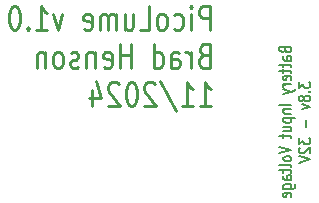
<source format=gbo>
G04 #@! TF.GenerationSoftware,KiCad,Pcbnew,8.0.6*
G04 #@! TF.CreationDate,2024-11-13T15:42:30-05:00*
G04 #@! TF.ProjectId,KiCAD-RFM69,4b694341-442d-4524-964d-36392e6b6963,rev?*
G04 #@! TF.SameCoordinates,Original*
G04 #@! TF.FileFunction,Legend,Bot*
G04 #@! TF.FilePolarity,Positive*
%FSLAX46Y46*%
G04 Gerber Fmt 4.6, Leading zero omitted, Abs format (unit mm)*
G04 Created by KiCad (PCBNEW 8.0.6) date 2024-11-13 15:42:30*
%MOMM*%
%LPD*%
G01*
G04 APERTURE LIST*
%ADD10C,0.152400*%
%ADD11C,0.250000*%
%ADD12C,0.650000*%
%ADD13C,2.000000*%
%ADD14R,1.700000X1.700000*%
%ADD15O,1.700000X1.700000*%
%ADD16R,3.000000X3.000000*%
%ADD17C,3.000000*%
%ADD18C,2.700000*%
%ADD19R,1.269000X1.269000*%
%ADD20C,1.269000*%
G04 APERTURE END LIST*
D10*
X137735940Y-74623354D02*
X137783559Y-74739468D01*
X137783559Y-74739468D02*
X137831178Y-74778173D01*
X137831178Y-74778173D02*
X137926416Y-74816877D01*
X137926416Y-74816877D02*
X138069273Y-74816877D01*
X138069273Y-74816877D02*
X138164511Y-74778173D01*
X138164511Y-74778173D02*
X138212131Y-74739468D01*
X138212131Y-74739468D02*
X138259750Y-74662058D01*
X138259750Y-74662058D02*
X138259750Y-74352420D01*
X138259750Y-74352420D02*
X137259750Y-74352420D01*
X137259750Y-74352420D02*
X137259750Y-74623354D01*
X137259750Y-74623354D02*
X137307369Y-74700763D01*
X137307369Y-74700763D02*
X137354988Y-74739468D01*
X137354988Y-74739468D02*
X137450226Y-74778173D01*
X137450226Y-74778173D02*
X137545464Y-74778173D01*
X137545464Y-74778173D02*
X137640702Y-74739468D01*
X137640702Y-74739468D02*
X137688321Y-74700763D01*
X137688321Y-74700763D02*
X137735940Y-74623354D01*
X137735940Y-74623354D02*
X137735940Y-74352420D01*
X138259750Y-75513563D02*
X137735940Y-75513563D01*
X137735940Y-75513563D02*
X137640702Y-75474858D01*
X137640702Y-75474858D02*
X137593083Y-75397449D01*
X137593083Y-75397449D02*
X137593083Y-75242630D01*
X137593083Y-75242630D02*
X137640702Y-75165220D01*
X138212131Y-75513563D02*
X138259750Y-75436154D01*
X138259750Y-75436154D02*
X138259750Y-75242630D01*
X138259750Y-75242630D02*
X138212131Y-75165220D01*
X138212131Y-75165220D02*
X138116892Y-75126516D01*
X138116892Y-75126516D02*
X138021654Y-75126516D01*
X138021654Y-75126516D02*
X137926416Y-75165220D01*
X137926416Y-75165220D02*
X137878797Y-75242630D01*
X137878797Y-75242630D02*
X137878797Y-75436154D01*
X137878797Y-75436154D02*
X137831178Y-75513563D01*
X137593083Y-75784496D02*
X137593083Y-76094134D01*
X137259750Y-75900610D02*
X138116892Y-75900610D01*
X138116892Y-75900610D02*
X138212131Y-75939315D01*
X138212131Y-75939315D02*
X138259750Y-76016725D01*
X138259750Y-76016725D02*
X138259750Y-76094134D01*
X137593083Y-76248953D02*
X137593083Y-76558591D01*
X137259750Y-76365067D02*
X138116892Y-76365067D01*
X138116892Y-76365067D02*
X138212131Y-76403772D01*
X138212131Y-76403772D02*
X138259750Y-76481182D01*
X138259750Y-76481182D02*
X138259750Y-76558591D01*
X138212131Y-77139162D02*
X138259750Y-77061753D01*
X138259750Y-77061753D02*
X138259750Y-76906934D01*
X138259750Y-76906934D02*
X138212131Y-76829524D01*
X138212131Y-76829524D02*
X138116892Y-76790820D01*
X138116892Y-76790820D02*
X137735940Y-76790820D01*
X137735940Y-76790820D02*
X137640702Y-76829524D01*
X137640702Y-76829524D02*
X137593083Y-76906934D01*
X137593083Y-76906934D02*
X137593083Y-77061753D01*
X137593083Y-77061753D02*
X137640702Y-77139162D01*
X137640702Y-77139162D02*
X137735940Y-77177867D01*
X137735940Y-77177867D02*
X137831178Y-77177867D01*
X137831178Y-77177867D02*
X137926416Y-76790820D01*
X138259750Y-77526210D02*
X137593083Y-77526210D01*
X137783559Y-77526210D02*
X137688321Y-77564915D01*
X137688321Y-77564915D02*
X137640702Y-77603620D01*
X137640702Y-77603620D02*
X137593083Y-77681029D01*
X137593083Y-77681029D02*
X137593083Y-77758439D01*
X137593083Y-77951963D02*
X138259750Y-78145487D01*
X137593083Y-78339010D02*
X138259750Y-78145487D01*
X138259750Y-78145487D02*
X138497845Y-78068077D01*
X138497845Y-78068077D02*
X138545464Y-78029372D01*
X138545464Y-78029372D02*
X138593083Y-77951963D01*
X138259750Y-79267924D02*
X137259750Y-79267924D01*
X137593083Y-79654972D02*
X138259750Y-79654972D01*
X137688321Y-79654972D02*
X137640702Y-79693677D01*
X137640702Y-79693677D02*
X137593083Y-79771087D01*
X137593083Y-79771087D02*
X137593083Y-79887201D01*
X137593083Y-79887201D02*
X137640702Y-79964610D01*
X137640702Y-79964610D02*
X137735940Y-80003315D01*
X137735940Y-80003315D02*
X138259750Y-80003315D01*
X137593083Y-80390362D02*
X138593083Y-80390362D01*
X137640702Y-80390362D02*
X137593083Y-80467772D01*
X137593083Y-80467772D02*
X137593083Y-80622591D01*
X137593083Y-80622591D02*
X137640702Y-80700000D01*
X137640702Y-80700000D02*
X137688321Y-80738705D01*
X137688321Y-80738705D02*
X137783559Y-80777410D01*
X137783559Y-80777410D02*
X138069273Y-80777410D01*
X138069273Y-80777410D02*
X138164511Y-80738705D01*
X138164511Y-80738705D02*
X138212131Y-80700000D01*
X138212131Y-80700000D02*
X138259750Y-80622591D01*
X138259750Y-80622591D02*
X138259750Y-80467772D01*
X138259750Y-80467772D02*
X138212131Y-80390362D01*
X137593083Y-81474095D02*
X138259750Y-81474095D01*
X137593083Y-81125752D02*
X138116892Y-81125752D01*
X138116892Y-81125752D02*
X138212131Y-81164457D01*
X138212131Y-81164457D02*
X138259750Y-81241867D01*
X138259750Y-81241867D02*
X138259750Y-81357981D01*
X138259750Y-81357981D02*
X138212131Y-81435390D01*
X138212131Y-81435390D02*
X138164511Y-81474095D01*
X137593083Y-81745028D02*
X137593083Y-82054666D01*
X137259750Y-81861142D02*
X138116892Y-81861142D01*
X138116892Y-81861142D02*
X138212131Y-81899847D01*
X138212131Y-81899847D02*
X138259750Y-81977257D01*
X138259750Y-81977257D02*
X138259750Y-82054666D01*
X137259750Y-82828761D02*
X138259750Y-83099694D01*
X138259750Y-83099694D02*
X137259750Y-83370628D01*
X138259750Y-83757676D02*
X138212131Y-83680266D01*
X138212131Y-83680266D02*
X138164511Y-83641561D01*
X138164511Y-83641561D02*
X138069273Y-83602857D01*
X138069273Y-83602857D02*
X137783559Y-83602857D01*
X137783559Y-83602857D02*
X137688321Y-83641561D01*
X137688321Y-83641561D02*
X137640702Y-83680266D01*
X137640702Y-83680266D02*
X137593083Y-83757676D01*
X137593083Y-83757676D02*
X137593083Y-83873790D01*
X137593083Y-83873790D02*
X137640702Y-83951199D01*
X137640702Y-83951199D02*
X137688321Y-83989904D01*
X137688321Y-83989904D02*
X137783559Y-84028609D01*
X137783559Y-84028609D02*
X138069273Y-84028609D01*
X138069273Y-84028609D02*
X138164511Y-83989904D01*
X138164511Y-83989904D02*
X138212131Y-83951199D01*
X138212131Y-83951199D02*
X138259750Y-83873790D01*
X138259750Y-83873790D02*
X138259750Y-83757676D01*
X138259750Y-84493066D02*
X138212131Y-84415656D01*
X138212131Y-84415656D02*
X138116892Y-84376951D01*
X138116892Y-84376951D02*
X137259750Y-84376951D01*
X137593083Y-84686589D02*
X137593083Y-84996227D01*
X137259750Y-84802703D02*
X138116892Y-84802703D01*
X138116892Y-84802703D02*
X138212131Y-84841408D01*
X138212131Y-84841408D02*
X138259750Y-84918818D01*
X138259750Y-84918818D02*
X138259750Y-84996227D01*
X138259750Y-85615503D02*
X137735940Y-85615503D01*
X137735940Y-85615503D02*
X137640702Y-85576798D01*
X137640702Y-85576798D02*
X137593083Y-85499389D01*
X137593083Y-85499389D02*
X137593083Y-85344570D01*
X137593083Y-85344570D02*
X137640702Y-85267160D01*
X138212131Y-85615503D02*
X138259750Y-85538094D01*
X138259750Y-85538094D02*
X138259750Y-85344570D01*
X138259750Y-85344570D02*
X138212131Y-85267160D01*
X138212131Y-85267160D02*
X138116892Y-85228456D01*
X138116892Y-85228456D02*
X138021654Y-85228456D01*
X138021654Y-85228456D02*
X137926416Y-85267160D01*
X137926416Y-85267160D02*
X137878797Y-85344570D01*
X137878797Y-85344570D02*
X137878797Y-85538094D01*
X137878797Y-85538094D02*
X137831178Y-85615503D01*
X137593083Y-86350893D02*
X138402607Y-86350893D01*
X138402607Y-86350893D02*
X138497845Y-86312188D01*
X138497845Y-86312188D02*
X138545464Y-86273484D01*
X138545464Y-86273484D02*
X138593083Y-86196074D01*
X138593083Y-86196074D02*
X138593083Y-86079960D01*
X138593083Y-86079960D02*
X138545464Y-86002550D01*
X138212131Y-86350893D02*
X138259750Y-86273484D01*
X138259750Y-86273484D02*
X138259750Y-86118665D01*
X138259750Y-86118665D02*
X138212131Y-86041255D01*
X138212131Y-86041255D02*
X138164511Y-86002550D01*
X138164511Y-86002550D02*
X138069273Y-85963846D01*
X138069273Y-85963846D02*
X137783559Y-85963846D01*
X137783559Y-85963846D02*
X137688321Y-86002550D01*
X137688321Y-86002550D02*
X137640702Y-86041255D01*
X137640702Y-86041255D02*
X137593083Y-86118665D01*
X137593083Y-86118665D02*
X137593083Y-86273484D01*
X137593083Y-86273484D02*
X137640702Y-86350893D01*
X138212131Y-87047578D02*
X138259750Y-86970169D01*
X138259750Y-86970169D02*
X138259750Y-86815350D01*
X138259750Y-86815350D02*
X138212131Y-86737940D01*
X138212131Y-86737940D02*
X138116892Y-86699236D01*
X138116892Y-86699236D02*
X137735940Y-86699236D01*
X137735940Y-86699236D02*
X137640702Y-86737940D01*
X137640702Y-86737940D02*
X137593083Y-86815350D01*
X137593083Y-86815350D02*
X137593083Y-86970169D01*
X137593083Y-86970169D02*
X137640702Y-87047578D01*
X137640702Y-87047578D02*
X137735940Y-87086283D01*
X137735940Y-87086283D02*
X137831178Y-87086283D01*
X137831178Y-87086283D02*
X137926416Y-86699236D01*
X138869694Y-77293981D02*
X138869694Y-77797143D01*
X138869694Y-77797143D02*
X139250646Y-77526209D01*
X139250646Y-77526209D02*
X139250646Y-77642324D01*
X139250646Y-77642324D02*
X139298265Y-77719733D01*
X139298265Y-77719733D02*
X139345884Y-77758438D01*
X139345884Y-77758438D02*
X139441122Y-77797143D01*
X139441122Y-77797143D02*
X139679217Y-77797143D01*
X139679217Y-77797143D02*
X139774455Y-77758438D01*
X139774455Y-77758438D02*
X139822075Y-77719733D01*
X139822075Y-77719733D02*
X139869694Y-77642324D01*
X139869694Y-77642324D02*
X139869694Y-77410095D01*
X139869694Y-77410095D02*
X139822075Y-77332686D01*
X139822075Y-77332686D02*
X139774455Y-77293981D01*
X139774455Y-78145485D02*
X139822075Y-78184190D01*
X139822075Y-78184190D02*
X139869694Y-78145485D01*
X139869694Y-78145485D02*
X139822075Y-78106781D01*
X139822075Y-78106781D02*
X139774455Y-78145485D01*
X139774455Y-78145485D02*
X139869694Y-78145485D01*
X139298265Y-78648648D02*
X139250646Y-78571238D01*
X139250646Y-78571238D02*
X139203027Y-78532533D01*
X139203027Y-78532533D02*
X139107789Y-78493829D01*
X139107789Y-78493829D02*
X139060170Y-78493829D01*
X139060170Y-78493829D02*
X138964932Y-78532533D01*
X138964932Y-78532533D02*
X138917313Y-78571238D01*
X138917313Y-78571238D02*
X138869694Y-78648648D01*
X138869694Y-78648648D02*
X138869694Y-78803467D01*
X138869694Y-78803467D02*
X138917313Y-78880876D01*
X138917313Y-78880876D02*
X138964932Y-78919581D01*
X138964932Y-78919581D02*
X139060170Y-78958286D01*
X139060170Y-78958286D02*
X139107789Y-78958286D01*
X139107789Y-78958286D02*
X139203027Y-78919581D01*
X139203027Y-78919581D02*
X139250646Y-78880876D01*
X139250646Y-78880876D02*
X139298265Y-78803467D01*
X139298265Y-78803467D02*
X139298265Y-78648648D01*
X139298265Y-78648648D02*
X139345884Y-78571238D01*
X139345884Y-78571238D02*
X139393503Y-78532533D01*
X139393503Y-78532533D02*
X139488741Y-78493829D01*
X139488741Y-78493829D02*
X139679217Y-78493829D01*
X139679217Y-78493829D02*
X139774455Y-78532533D01*
X139774455Y-78532533D02*
X139822075Y-78571238D01*
X139822075Y-78571238D02*
X139869694Y-78648648D01*
X139869694Y-78648648D02*
X139869694Y-78803467D01*
X139869694Y-78803467D02*
X139822075Y-78880876D01*
X139822075Y-78880876D02*
X139774455Y-78919581D01*
X139774455Y-78919581D02*
X139679217Y-78958286D01*
X139679217Y-78958286D02*
X139488741Y-78958286D01*
X139488741Y-78958286D02*
X139393503Y-78919581D01*
X139393503Y-78919581D02*
X139345884Y-78880876D01*
X139345884Y-78880876D02*
X139298265Y-78803467D01*
X139203027Y-79229219D02*
X139869694Y-79422743D01*
X139869694Y-79422743D02*
X139203027Y-79616266D01*
X139488741Y-80545180D02*
X139488741Y-81164457D01*
X138869694Y-82093371D02*
X138869694Y-82596533D01*
X138869694Y-82596533D02*
X139250646Y-82325599D01*
X139250646Y-82325599D02*
X139250646Y-82441714D01*
X139250646Y-82441714D02*
X139298265Y-82519123D01*
X139298265Y-82519123D02*
X139345884Y-82557828D01*
X139345884Y-82557828D02*
X139441122Y-82596533D01*
X139441122Y-82596533D02*
X139679217Y-82596533D01*
X139679217Y-82596533D02*
X139774455Y-82557828D01*
X139774455Y-82557828D02*
X139822075Y-82519123D01*
X139822075Y-82519123D02*
X139869694Y-82441714D01*
X139869694Y-82441714D02*
X139869694Y-82209485D01*
X139869694Y-82209485D02*
X139822075Y-82132076D01*
X139822075Y-82132076D02*
X139774455Y-82093371D01*
X138964932Y-82906171D02*
X138917313Y-82944875D01*
X138917313Y-82944875D02*
X138869694Y-83022285D01*
X138869694Y-83022285D02*
X138869694Y-83215809D01*
X138869694Y-83215809D02*
X138917313Y-83293218D01*
X138917313Y-83293218D02*
X138964932Y-83331923D01*
X138964932Y-83331923D02*
X139060170Y-83370628D01*
X139060170Y-83370628D02*
X139155408Y-83370628D01*
X139155408Y-83370628D02*
X139298265Y-83331923D01*
X139298265Y-83331923D02*
X139869694Y-82867466D01*
X139869694Y-82867466D02*
X139869694Y-83370628D01*
X138869694Y-83602856D02*
X139869694Y-83873789D01*
X139869694Y-83873789D02*
X138869694Y-84144723D01*
D11*
X131354574Y-72902462D02*
X131354574Y-70902462D01*
X131354574Y-70902462D02*
X130745050Y-70902462D01*
X130745050Y-70902462D02*
X130592669Y-70997700D01*
X130592669Y-70997700D02*
X130516479Y-71092938D01*
X130516479Y-71092938D02*
X130440288Y-71283414D01*
X130440288Y-71283414D02*
X130440288Y-71569128D01*
X130440288Y-71569128D02*
X130516479Y-71759604D01*
X130516479Y-71759604D02*
X130592669Y-71854843D01*
X130592669Y-71854843D02*
X130745050Y-71950081D01*
X130745050Y-71950081D02*
X131354574Y-71950081D01*
X129754574Y-72902462D02*
X129754574Y-71569128D01*
X129754574Y-70902462D02*
X129830765Y-70997700D01*
X129830765Y-70997700D02*
X129754574Y-71092938D01*
X129754574Y-71092938D02*
X129678384Y-70997700D01*
X129678384Y-70997700D02*
X129754574Y-70902462D01*
X129754574Y-70902462D02*
X129754574Y-71092938D01*
X128306955Y-72807224D02*
X128459336Y-72902462D01*
X128459336Y-72902462D02*
X128764098Y-72902462D01*
X128764098Y-72902462D02*
X128916479Y-72807224D01*
X128916479Y-72807224D02*
X128992669Y-72711985D01*
X128992669Y-72711985D02*
X129068860Y-72521509D01*
X129068860Y-72521509D02*
X129068860Y-71950081D01*
X129068860Y-71950081D02*
X128992669Y-71759604D01*
X128992669Y-71759604D02*
X128916479Y-71664366D01*
X128916479Y-71664366D02*
X128764098Y-71569128D01*
X128764098Y-71569128D02*
X128459336Y-71569128D01*
X128459336Y-71569128D02*
X128306955Y-71664366D01*
X127392669Y-72902462D02*
X127545050Y-72807224D01*
X127545050Y-72807224D02*
X127621240Y-72711985D01*
X127621240Y-72711985D02*
X127697431Y-72521509D01*
X127697431Y-72521509D02*
X127697431Y-71950081D01*
X127697431Y-71950081D02*
X127621240Y-71759604D01*
X127621240Y-71759604D02*
X127545050Y-71664366D01*
X127545050Y-71664366D02*
X127392669Y-71569128D01*
X127392669Y-71569128D02*
X127164097Y-71569128D01*
X127164097Y-71569128D02*
X127011716Y-71664366D01*
X127011716Y-71664366D02*
X126935526Y-71759604D01*
X126935526Y-71759604D02*
X126859335Y-71950081D01*
X126859335Y-71950081D02*
X126859335Y-72521509D01*
X126859335Y-72521509D02*
X126935526Y-72711985D01*
X126935526Y-72711985D02*
X127011716Y-72807224D01*
X127011716Y-72807224D02*
X127164097Y-72902462D01*
X127164097Y-72902462D02*
X127392669Y-72902462D01*
X125411716Y-72902462D02*
X126173621Y-72902462D01*
X126173621Y-72902462D02*
X126173621Y-70902462D01*
X124192669Y-71569128D02*
X124192669Y-72902462D01*
X124878383Y-71569128D02*
X124878383Y-72616747D01*
X124878383Y-72616747D02*
X124802193Y-72807224D01*
X124802193Y-72807224D02*
X124649812Y-72902462D01*
X124649812Y-72902462D02*
X124421240Y-72902462D01*
X124421240Y-72902462D02*
X124268859Y-72807224D01*
X124268859Y-72807224D02*
X124192669Y-72711985D01*
X123430764Y-72902462D02*
X123430764Y-71569128D01*
X123430764Y-71759604D02*
X123354574Y-71664366D01*
X123354574Y-71664366D02*
X123202193Y-71569128D01*
X123202193Y-71569128D02*
X122973621Y-71569128D01*
X122973621Y-71569128D02*
X122821240Y-71664366D01*
X122821240Y-71664366D02*
X122745050Y-71854843D01*
X122745050Y-71854843D02*
X122745050Y-72902462D01*
X122745050Y-71854843D02*
X122668859Y-71664366D01*
X122668859Y-71664366D02*
X122516478Y-71569128D01*
X122516478Y-71569128D02*
X122287907Y-71569128D01*
X122287907Y-71569128D02*
X122135526Y-71664366D01*
X122135526Y-71664366D02*
X122059336Y-71854843D01*
X122059336Y-71854843D02*
X122059336Y-72902462D01*
X120687907Y-72807224D02*
X120840288Y-72902462D01*
X120840288Y-72902462D02*
X121145050Y-72902462D01*
X121145050Y-72902462D02*
X121297431Y-72807224D01*
X121297431Y-72807224D02*
X121373622Y-72616747D01*
X121373622Y-72616747D02*
X121373622Y-71854843D01*
X121373622Y-71854843D02*
X121297431Y-71664366D01*
X121297431Y-71664366D02*
X121145050Y-71569128D01*
X121145050Y-71569128D02*
X120840288Y-71569128D01*
X120840288Y-71569128D02*
X120687907Y-71664366D01*
X120687907Y-71664366D02*
X120611717Y-71854843D01*
X120611717Y-71854843D02*
X120611717Y-72045319D01*
X120611717Y-72045319D02*
X121373622Y-72235795D01*
X118859335Y-71569128D02*
X118478383Y-72902462D01*
X118478383Y-72902462D02*
X118097430Y-71569128D01*
X116649811Y-72902462D02*
X117564097Y-72902462D01*
X117106954Y-72902462D02*
X117106954Y-70902462D01*
X117106954Y-70902462D02*
X117259335Y-71188176D01*
X117259335Y-71188176D02*
X117411716Y-71378652D01*
X117411716Y-71378652D02*
X117564097Y-71473890D01*
X115964096Y-72711985D02*
X115887906Y-72807224D01*
X115887906Y-72807224D02*
X115964096Y-72902462D01*
X115964096Y-72902462D02*
X116040287Y-72807224D01*
X116040287Y-72807224D02*
X115964096Y-72711985D01*
X115964096Y-72711985D02*
X115964096Y-72902462D01*
X114897429Y-70902462D02*
X114745048Y-70902462D01*
X114745048Y-70902462D02*
X114592667Y-70997700D01*
X114592667Y-70997700D02*
X114516477Y-71092938D01*
X114516477Y-71092938D02*
X114440286Y-71283414D01*
X114440286Y-71283414D02*
X114364096Y-71664366D01*
X114364096Y-71664366D02*
X114364096Y-72140557D01*
X114364096Y-72140557D02*
X114440286Y-72521509D01*
X114440286Y-72521509D02*
X114516477Y-72711985D01*
X114516477Y-72711985D02*
X114592667Y-72807224D01*
X114592667Y-72807224D02*
X114745048Y-72902462D01*
X114745048Y-72902462D02*
X114897429Y-72902462D01*
X114897429Y-72902462D02*
X115049810Y-72807224D01*
X115049810Y-72807224D02*
X115126001Y-72711985D01*
X115126001Y-72711985D02*
X115202191Y-72521509D01*
X115202191Y-72521509D02*
X115278382Y-72140557D01*
X115278382Y-72140557D02*
X115278382Y-71664366D01*
X115278382Y-71664366D02*
X115202191Y-71283414D01*
X115202191Y-71283414D02*
X115126001Y-71092938D01*
X115126001Y-71092938D02*
X115049810Y-70997700D01*
X115049810Y-70997700D02*
X114897429Y-70902462D01*
X130821241Y-75074731D02*
X130592669Y-75169969D01*
X130592669Y-75169969D02*
X130516479Y-75265207D01*
X130516479Y-75265207D02*
X130440288Y-75455683D01*
X130440288Y-75455683D02*
X130440288Y-75741397D01*
X130440288Y-75741397D02*
X130516479Y-75931873D01*
X130516479Y-75931873D02*
X130592669Y-76027112D01*
X130592669Y-76027112D02*
X130745050Y-76122350D01*
X130745050Y-76122350D02*
X131354574Y-76122350D01*
X131354574Y-76122350D02*
X131354574Y-74122350D01*
X131354574Y-74122350D02*
X130821241Y-74122350D01*
X130821241Y-74122350D02*
X130668860Y-74217588D01*
X130668860Y-74217588D02*
X130592669Y-74312826D01*
X130592669Y-74312826D02*
X130516479Y-74503302D01*
X130516479Y-74503302D02*
X130516479Y-74693778D01*
X130516479Y-74693778D02*
X130592669Y-74884254D01*
X130592669Y-74884254D02*
X130668860Y-74979492D01*
X130668860Y-74979492D02*
X130821241Y-75074731D01*
X130821241Y-75074731D02*
X131354574Y-75074731D01*
X129754574Y-76122350D02*
X129754574Y-74789016D01*
X129754574Y-75169969D02*
X129678384Y-74979492D01*
X129678384Y-74979492D02*
X129602193Y-74884254D01*
X129602193Y-74884254D02*
X129449812Y-74789016D01*
X129449812Y-74789016D02*
X129297431Y-74789016D01*
X128078384Y-76122350D02*
X128078384Y-75074731D01*
X128078384Y-75074731D02*
X128154574Y-74884254D01*
X128154574Y-74884254D02*
X128306955Y-74789016D01*
X128306955Y-74789016D02*
X128611717Y-74789016D01*
X128611717Y-74789016D02*
X128764098Y-74884254D01*
X128078384Y-76027112D02*
X128230765Y-76122350D01*
X128230765Y-76122350D02*
X128611717Y-76122350D01*
X128611717Y-76122350D02*
X128764098Y-76027112D01*
X128764098Y-76027112D02*
X128840289Y-75836635D01*
X128840289Y-75836635D02*
X128840289Y-75646159D01*
X128840289Y-75646159D02*
X128764098Y-75455683D01*
X128764098Y-75455683D02*
X128611717Y-75360445D01*
X128611717Y-75360445D02*
X128230765Y-75360445D01*
X128230765Y-75360445D02*
X128078384Y-75265207D01*
X126630765Y-76122350D02*
X126630765Y-74122350D01*
X126630765Y-76027112D02*
X126783146Y-76122350D01*
X126783146Y-76122350D02*
X127087908Y-76122350D01*
X127087908Y-76122350D02*
X127240289Y-76027112D01*
X127240289Y-76027112D02*
X127316479Y-75931873D01*
X127316479Y-75931873D02*
X127392670Y-75741397D01*
X127392670Y-75741397D02*
X127392670Y-75169969D01*
X127392670Y-75169969D02*
X127316479Y-74979492D01*
X127316479Y-74979492D02*
X127240289Y-74884254D01*
X127240289Y-74884254D02*
X127087908Y-74789016D01*
X127087908Y-74789016D02*
X126783146Y-74789016D01*
X126783146Y-74789016D02*
X126630765Y-74884254D01*
X124649812Y-76122350D02*
X124649812Y-74122350D01*
X124649812Y-75074731D02*
X123735526Y-75074731D01*
X123735526Y-76122350D02*
X123735526Y-74122350D01*
X122364098Y-76027112D02*
X122516479Y-76122350D01*
X122516479Y-76122350D02*
X122821241Y-76122350D01*
X122821241Y-76122350D02*
X122973622Y-76027112D01*
X122973622Y-76027112D02*
X123049813Y-75836635D01*
X123049813Y-75836635D02*
X123049813Y-75074731D01*
X123049813Y-75074731D02*
X122973622Y-74884254D01*
X122973622Y-74884254D02*
X122821241Y-74789016D01*
X122821241Y-74789016D02*
X122516479Y-74789016D01*
X122516479Y-74789016D02*
X122364098Y-74884254D01*
X122364098Y-74884254D02*
X122287908Y-75074731D01*
X122287908Y-75074731D02*
X122287908Y-75265207D01*
X122287908Y-75265207D02*
X123049813Y-75455683D01*
X121602193Y-74789016D02*
X121602193Y-76122350D01*
X121602193Y-74979492D02*
X121526003Y-74884254D01*
X121526003Y-74884254D02*
X121373622Y-74789016D01*
X121373622Y-74789016D02*
X121145050Y-74789016D01*
X121145050Y-74789016D02*
X120992669Y-74884254D01*
X120992669Y-74884254D02*
X120916479Y-75074731D01*
X120916479Y-75074731D02*
X120916479Y-76122350D01*
X120230765Y-76027112D02*
X120078384Y-76122350D01*
X120078384Y-76122350D02*
X119773622Y-76122350D01*
X119773622Y-76122350D02*
X119621241Y-76027112D01*
X119621241Y-76027112D02*
X119545050Y-75836635D01*
X119545050Y-75836635D02*
X119545050Y-75741397D01*
X119545050Y-75741397D02*
X119621241Y-75550921D01*
X119621241Y-75550921D02*
X119773622Y-75455683D01*
X119773622Y-75455683D02*
X120002193Y-75455683D01*
X120002193Y-75455683D02*
X120154574Y-75360445D01*
X120154574Y-75360445D02*
X120230765Y-75169969D01*
X120230765Y-75169969D02*
X120230765Y-75074731D01*
X120230765Y-75074731D02*
X120154574Y-74884254D01*
X120154574Y-74884254D02*
X120002193Y-74789016D01*
X120002193Y-74789016D02*
X119773622Y-74789016D01*
X119773622Y-74789016D02*
X119621241Y-74884254D01*
X118630765Y-76122350D02*
X118783146Y-76027112D01*
X118783146Y-76027112D02*
X118859336Y-75931873D01*
X118859336Y-75931873D02*
X118935527Y-75741397D01*
X118935527Y-75741397D02*
X118935527Y-75169969D01*
X118935527Y-75169969D02*
X118859336Y-74979492D01*
X118859336Y-74979492D02*
X118783146Y-74884254D01*
X118783146Y-74884254D02*
X118630765Y-74789016D01*
X118630765Y-74789016D02*
X118402193Y-74789016D01*
X118402193Y-74789016D02*
X118249812Y-74884254D01*
X118249812Y-74884254D02*
X118173622Y-74979492D01*
X118173622Y-74979492D02*
X118097431Y-75169969D01*
X118097431Y-75169969D02*
X118097431Y-75741397D01*
X118097431Y-75741397D02*
X118173622Y-75931873D01*
X118173622Y-75931873D02*
X118249812Y-76027112D01*
X118249812Y-76027112D02*
X118402193Y-76122350D01*
X118402193Y-76122350D02*
X118630765Y-76122350D01*
X117411717Y-74789016D02*
X117411717Y-76122350D01*
X117411717Y-74979492D02*
X117335527Y-74884254D01*
X117335527Y-74884254D02*
X117183146Y-74789016D01*
X117183146Y-74789016D02*
X116954574Y-74789016D01*
X116954574Y-74789016D02*
X116802193Y-74884254D01*
X116802193Y-74884254D02*
X116726003Y-75074731D01*
X116726003Y-75074731D02*
X116726003Y-76122350D01*
X130516479Y-79342238D02*
X131430765Y-79342238D01*
X130973622Y-79342238D02*
X130973622Y-77342238D01*
X130973622Y-77342238D02*
X131126003Y-77627952D01*
X131126003Y-77627952D02*
X131278384Y-77818428D01*
X131278384Y-77818428D02*
X131430765Y-77913666D01*
X128992669Y-79342238D02*
X129906955Y-79342238D01*
X129449812Y-79342238D02*
X129449812Y-77342238D01*
X129449812Y-77342238D02*
X129602193Y-77627952D01*
X129602193Y-77627952D02*
X129754574Y-77818428D01*
X129754574Y-77818428D02*
X129906955Y-77913666D01*
X127164097Y-77247000D02*
X128535526Y-79818428D01*
X126706955Y-77532714D02*
X126630764Y-77437476D01*
X126630764Y-77437476D02*
X126478383Y-77342238D01*
X126478383Y-77342238D02*
X126097431Y-77342238D01*
X126097431Y-77342238D02*
X125945050Y-77437476D01*
X125945050Y-77437476D02*
X125868859Y-77532714D01*
X125868859Y-77532714D02*
X125792669Y-77723190D01*
X125792669Y-77723190D02*
X125792669Y-77913666D01*
X125792669Y-77913666D02*
X125868859Y-78199380D01*
X125868859Y-78199380D02*
X126783145Y-79342238D01*
X126783145Y-79342238D02*
X125792669Y-79342238D01*
X124802192Y-77342238D02*
X124649811Y-77342238D01*
X124649811Y-77342238D02*
X124497430Y-77437476D01*
X124497430Y-77437476D02*
X124421240Y-77532714D01*
X124421240Y-77532714D02*
X124345049Y-77723190D01*
X124345049Y-77723190D02*
X124268859Y-78104142D01*
X124268859Y-78104142D02*
X124268859Y-78580333D01*
X124268859Y-78580333D02*
X124345049Y-78961285D01*
X124345049Y-78961285D02*
X124421240Y-79151761D01*
X124421240Y-79151761D02*
X124497430Y-79247000D01*
X124497430Y-79247000D02*
X124649811Y-79342238D01*
X124649811Y-79342238D02*
X124802192Y-79342238D01*
X124802192Y-79342238D02*
X124954573Y-79247000D01*
X124954573Y-79247000D02*
X125030764Y-79151761D01*
X125030764Y-79151761D02*
X125106954Y-78961285D01*
X125106954Y-78961285D02*
X125183145Y-78580333D01*
X125183145Y-78580333D02*
X125183145Y-78104142D01*
X125183145Y-78104142D02*
X125106954Y-77723190D01*
X125106954Y-77723190D02*
X125030764Y-77532714D01*
X125030764Y-77532714D02*
X124954573Y-77437476D01*
X124954573Y-77437476D02*
X124802192Y-77342238D01*
X123659335Y-77532714D02*
X123583144Y-77437476D01*
X123583144Y-77437476D02*
X123430763Y-77342238D01*
X123430763Y-77342238D02*
X123049811Y-77342238D01*
X123049811Y-77342238D02*
X122897430Y-77437476D01*
X122897430Y-77437476D02*
X122821239Y-77532714D01*
X122821239Y-77532714D02*
X122745049Y-77723190D01*
X122745049Y-77723190D02*
X122745049Y-77913666D01*
X122745049Y-77913666D02*
X122821239Y-78199380D01*
X122821239Y-78199380D02*
X123735525Y-79342238D01*
X123735525Y-79342238D02*
X122745049Y-79342238D01*
X121373620Y-78008904D02*
X121373620Y-79342238D01*
X121754572Y-77247000D02*
X122135525Y-78675571D01*
X122135525Y-78675571D02*
X121145048Y-78675571D01*
%LPC*%
D12*
X121610000Y-68000000D03*
X127390000Y-68000000D03*
D13*
X102350000Y-90850000D03*
X102350000Y-84350000D03*
X106850000Y-90850000D03*
X106850000Y-84350000D03*
D14*
X122520000Y-145100000D03*
D15*
X125060000Y-145100000D03*
X127600000Y-145100000D03*
X130140000Y-145100000D03*
X132680000Y-145100000D03*
D13*
X102450000Y-79150000D03*
X102450000Y-72650000D03*
X106950000Y-79150000D03*
X106950000Y-72650000D03*
D16*
X142500000Y-93580000D03*
D17*
X142500000Y-88500000D03*
X142500000Y-83420000D03*
D14*
X102200000Y-98520000D03*
D15*
X102200000Y-101060000D03*
X102200000Y-103600000D03*
X102200000Y-106140000D03*
X102200000Y-108680000D03*
X102200000Y-111220000D03*
X102200000Y-113760000D03*
X102200000Y-116300000D03*
X102200000Y-118840000D03*
X102200000Y-121380000D03*
X102200000Y-123920000D03*
X102200000Y-126460000D03*
X102200000Y-129000000D03*
X102200000Y-131540000D03*
X102200000Y-134080000D03*
X102200000Y-136620000D03*
X102200000Y-139160000D03*
X102200000Y-141700000D03*
D18*
X103500000Y-146525126D03*
D19*
X117720000Y-127820000D03*
D20*
X117720000Y-130360000D03*
X117720000Y-132900000D03*
X117720000Y-135440000D03*
X117720000Y-137980000D03*
X117720000Y-140520000D03*
X117720000Y-143060000D03*
X117720000Y-145600000D03*
X110100000Y-127820000D03*
X110100000Y-130360000D03*
X110100000Y-132900000D03*
X110100000Y-135440000D03*
X110100000Y-137980000D03*
X110100000Y-140520000D03*
X110100000Y-143060000D03*
X110100000Y-145600000D03*
D18*
X143400000Y-146200000D03*
D14*
X133700000Y-123240000D03*
D15*
X133700000Y-120700000D03*
X133700000Y-118160000D03*
D14*
X144700000Y-98220000D03*
D15*
X144700000Y-100760000D03*
X144700000Y-103300000D03*
X144700000Y-105840000D03*
X144700000Y-108380000D03*
X144700000Y-110920000D03*
X144700000Y-113460000D03*
X144700000Y-116000000D03*
X144700000Y-118540000D03*
X144700000Y-121080000D03*
X144700000Y-123620000D03*
X144700000Y-126160000D03*
X144700000Y-128700000D03*
X144700000Y-131240000D03*
X144700000Y-133780000D03*
X144700000Y-136320000D03*
X144700000Y-138860000D03*
X144700000Y-141400000D03*
D18*
X103600000Y-66600000D03*
X143400000Y-66600000D03*
D16*
X142500000Y-77540000D03*
D17*
X142500000Y-72460000D03*
%LPD*%
M02*

</source>
